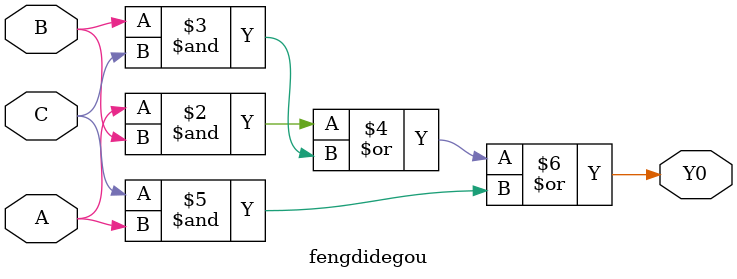
<source format=v>
`timescale 1ns / 1ps


module fengdidegou(
input wire A,B,C,
    output reg Y0
    );
  always @(*) begin
    
     Y0 = (A&B)|(B&C)|(C&A);
  end

endmodule

</source>
